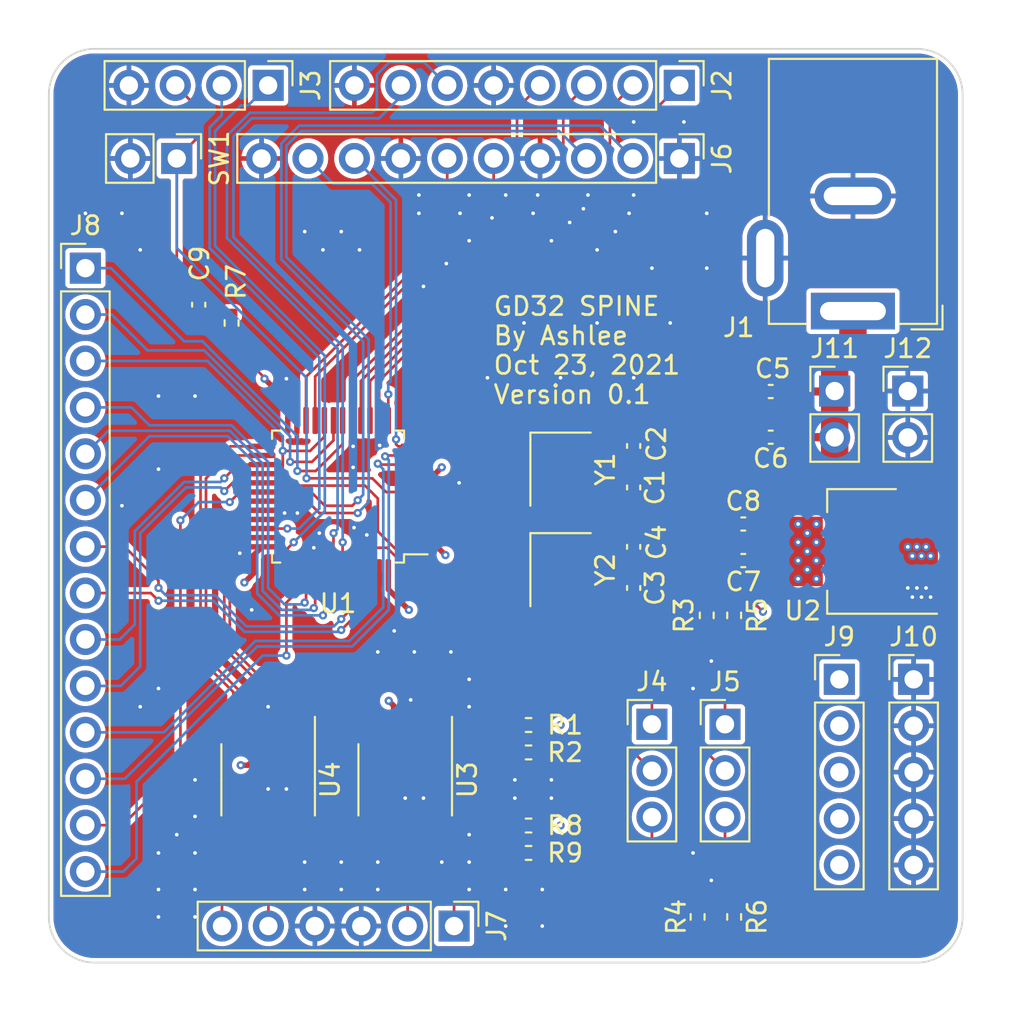
<source format=kicad_pcb>
(kicad_pcb (version 20211014) (generator pcbnew)
  (layers (0 "F.Cu" signal) (1 "In1.Cu" power) (2 "In2.Cu" power) (31 "B.Cu" signal) (34 "B.Paste" user) (35 "F.Paste" user) (36 "B.SilkS" user "B.Silkscreen") (37 "F.SilkS" user "F.Silkscreen") (38 "B.Mask" user) (39 "F.Mask" user) (44 "Edge.Cuts" user))
  (net 0 "")
  (net 1 "GND")
  (net 2 "Net-(C1-Pad2)")
  (net 3 "Net-(C2-Pad2)")
  (net 4 "Net-(C3-Pad2)")
  (net 5 "Net-(C4-Pad2)")
  (net 6 "+3V3")
  (net 7 "NRST")
  (net 8 "SPI0_NSS")
  (net 9 "SPI0_SCK")
  (net 10 "SPI0_MISO")
  (net 11 "SPI0_MOSI")
  (net 12 "I2C0_SCL")
  (net 13 "I2C0_SDA")
  (net 14 "SWCLK")
  (net 15 "SWDIO")
  (net 16 "Net-(J4-Pad1)")
  (net 17 "BOOT0")
  (net 18 "Net-(J4-Pad3)")
  (net 19 "Net-(J5-Pad1)")
  (net 20 "PB2")
  (net 21 "Net-(J5-Pad3)")
  (net 22 "USART0_TX")
  (net 23 "USART0_RX")
  (net 24 "USART2_TX")
  (net 25 "USART2_RX")
  (net 26 "USART1_TX")
  (net 27 "USART1_RX")
  (net 28 "CAN0_H")
  (net 29 "CAN0_L")
  (net 30 "CAN1_H")
  (net 31 "CAN1_L")
  (net 32 "PB0")
  (net 33 "PB1")
  (net 34 "PB3")
  (net 35 "PB4")
  (net 36 "PB5")
  (net 37 "PB8")
  (net 38 "PB9")
  (net 39 "PB14")
  (net 40 "PB15")
  (net 41 "PA0")
  (net 42 "PA1")
  (net 43 "PA8")
  (net 44 "PA15")
  (net 45 "Net-(R1-Pad2)")
  (net 46 "Net-(R2-Pad2)")
  (net 48 "CAN1_RX")
  (net 49 "CAN1_TX")
  (net 50 "CAN0_RX")
  (net 51 "CAN0_TX")
  (net 52 "+12V")
  (net 53 "Net-(R8-Pad2)")
  (net 54 "Net-(R9-Pad2)")
  (footprint "Connector_PinHeader_2.54mm:PinHeader_1x05_P2.54mm_Vertical" (layer "F.Cu") (at 143.256 84.5)
    (fp_text reference "J9")
    (fp_text value "Conn_01x05")
  )
  (footprint "Resistor_SMD:R_0402_1005Metric" (layer "F.Cu") (at 137.5 81 -90)
    (fp_text reference "R5")
    (fp_text value "10K")
  )
  (footprint "Connector_PinHeader_2.54mm:PinHeader_1x10_P2.54mm_Vertical" (layer "F.Cu") (at 134.5 56 -90)
    (fp_text reference "J6")
    (fp_text value "Conn_01x10")
  )
  (footprint "Connector_PinHeader_2.54mm:PinHeader_1x02_P2.54mm_Vertical" (layer "F.Cu") (at 107 56 -90)
    (fp_text reference "SW1")
    (fp_text value "SW_Push")
  )
  (footprint "Capacitor_SMD:C_0402_1005Metric" (layer "F.Cu") (at 132 74 -90)
    (fp_text reference "C1")
    (fp_text value "6.8pf")
  )
  (footprint "Resistor_SMD:R_0402_1005Metric" (layer "F.Cu") (at 136 81 -90)
    (fp_text reference "R3")
    (fp_text value "10K")
  )
  (footprint "Resistor_SMD:R_0402_1005Metric" (layer "F.Cu") (at 110 65 90)
    (fp_text reference "R7")
    (fp_text value "10K")
  )
  (footprint "Connector_PinHeader_2.54mm:PinHeader_1x03_P2.54mm_Vertical" (layer "F.Cu") (at 137 86.96)
    (fp_text reference "J5")
    (fp_text value "Conn_01x03")
  )
  (footprint "Capacitor_SMD:C_0402_1005Metric" (layer "F.Cu") (at 139.5 71.25 180)
    (fp_text reference "C6")
    (fp_text value "100nf")
  )
  (footprint "Capacitor_SMD:C_0402_1005Metric" (layer "F.Cu") (at 139.5 68.75 180)
    (fp_text reference "C5")
    (fp_text value "10uf")
  )
  (footprint "Resistor_SMD:R_0402_1005Metric" (layer "F.Cu") (at 135.5 97.5 90)
    (fp_text reference "R4")
    (fp_text value "10K")
  )
  (footprint "Capacitor_SMD:C_0402_1005Metric" (layer "F.Cu") (at 108.2 64 -90)
    (fp_text reference "C9")
    (fp_text value "100nF")
  )
  (footprint "Package_SO:SOIC-8_3.9x4.9mm_P1.27mm" (layer "F.Cu") (at 119.5 90 -90)
    (fp_text reference "U3")
    (fp_text value "SN65HVD234")
  )
  (footprint "Capacitor_SMD:C_0402_1005Metric" (layer "F.Cu") (at 132 79.5 -90)
    (fp_text reference "C3")
    (fp_text value "5.1pf")
  )
  (footprint "Resistor_SMD:R_0402_1005Metric" (layer "F.Cu") (at 126.25 94 180)
    (fp_text reference "R9")
    (fp_text value "0ohm")
  )
  (footprint "Connector_PinHeader_2.54mm:PinHeader_1x02_P2.54mm_Vertical" (layer "F.Cu") (at 143 68.725)
    (fp_text reference "J11")
    (fp_text value "Conn_01x02")
  )
  (footprint "Package_SO:SOIC-8_3.9x4.9mm_P1.27mm" (layer "F.Cu") (at 112 90 -90)
    (fp_text reference "U4")
    (fp_text value "SN65HVD234")
  )
  (footprint "Crystal:Crystal_SMD_3225-4Pin_3.2x2.5mm" (layer "F.Cu") (at 128 73 -90)
    (fp_text reference "Y1")
    (fp_text value "24MHz")
  )
  (footprint "Connector_PinHeader_2.54mm:PinHeader_1x02_P2.54mm_Vertical" (layer "F.Cu") (at 147 68.725)
    (fp_text reference "J12")
    (fp_text value "Conn_01x02")
  )
  (footprint "Connector_PinHeader_2.54mm:PinHeader_1x04_P2.54mm_Vertical" (layer "F.Cu") (at 112 52 -90)
    (fp_text reference "J3")
    (fp_text value "Conn_01x04")
  )
  (footprint "Resistor_SMD:R_0402_1005Metric" (layer "F.Cu") (at 126.25 87 180)
    (fp_text reference "R1")
    (fp_text value "10K")
  )
  (footprint "Package_TO_SOT_SMD:SOT-223-3_TabPin2" (layer "F.Cu") (at 144.5 77.5 180)
    (fp_text reference "U2")
    (fp_text value "AMS1117-3.3")
  )
  (footprint "Capacitor_SMD:C_0402_1005Metric" (layer "F.Cu") (at 138 76 180)
    (fp_text reference "C8")
    (fp_text value "100nf")
  )
  (footprint "Capacitor_SMD:C_0402_1005Metric" (layer "F.Cu") (at 138 78 180)
    (fp_text reference "C7")
    (fp_text value "10uf")
  )
  (footprint "Package_QFP:LQFP-48_7x7mm_P0.5mm" (layer "F.Cu") (at 115.824 74.5 180)
    (fp_text reference "U1")
    (fp_text value "GD32C103Cx")
  )
  (footprint "Connector_PinHeader_2.54mm:PinHeader_1x05_P2.54mm_Vertical" (layer "F.Cu") (at 147.32 84.5)
    (fp_text reference "J10")
    (fp_text value "Conn_01x05")
  )
  (footprint "Capacitor_SMD:C_0402_1005Metric" (layer "F.Cu") (at 132 77.25 90)
    (fp_text reference "C4")
    (fp_text value "5.1pf")
  )
  (footprint "Resistor_SMD:R_0402_1005Metric" (layer "F.Cu") (at 137.5 97.5 90)
    (fp_text reference "R6")
    (fp_text value "10K")
  )
  (footprint "Crystal:Crystal_SMD_3225-4Pin_3.2x2.5mm" (layer "F.Cu") (at 128 78.5 -90)
    (fp_text reference "Y2")
    (fp_text value "32.768KHz")
  )
  (footprint "Capacitor_SMD:C_0402_1005Metric" (layer "F.Cu") (at 132 71.73 90)
    (fp_text reference "C2")
    (fp_text value "6.8pf")
  )
  (footprint "Resistor_SMD:R_0402_1005Metric" (layer "F.Cu") (at 126.25 88.5 180)
    (fp_text reference "R2")
    (fp_text value "0ohm")
  )
  (footprint "Connector_PinHeader_2.54mm:PinHeader_1x03_P2.54mm_Vertical" (layer "F.Cu") (at 133 86.96)
    (fp_text reference "J4")
    (fp_text value "Conn_01x03")
  )
  (footprint "Connector_PinHeader_2.54mm:PinHeader_1x06_P2.54mm_Vertical" (layer "F.Cu") (at 122.174 98 -90)
    (fp_text reference "J7")
    (fp_text value "Conn_01x06")
  )
  (footprint "Connector_BarrelJack:BarrelJack_GCT_DCJ200-10-A_Horizontal" (layer "F.Cu") (at 144 64.35 180)
    (fp_text reference "J1")
    (fp_text value "Barrel_Jack_MountingPin")
  )
  (footprint "Connector_PinHeader_2.54mm:PinHeader_1x14_P2.54mm_Vertical" (layer "F.Cu") (at 102 62)
    (fp_text reference "J8")
    (fp_text value "Conn_01x14")
  )
  (footprint "Resistor_SMD:R_0402_1005Metric" (layer "F.Cu") (at 126.25 92.5 180)
    (fp_text reference "R8")
    (fp_text value "10K")
  )
  (footprint "Connector_PinHeader_2.54mm:PinHeader_1x08_P2.54mm_Vertical" (layer "F.Cu") (at 134.5 52 -90)
    (fp_text reference "J2")
    (fp_text value "Conn_01x08")
  )
  (gr_arc (start 147.5 50) (mid 149.267767 50.732233) (end 150 52.5) (layer "Edge.Cuts") (width 0.1))
  (gr_line (start 100 97.5) (end 100 52.5) (layer "Edge.Cuts") (width 0.1))
  (gr_line (start 102.5 50) (end 147.5 50) (layer "Edge.Cuts") (width 0.1))
  (gr_arc (start 102.5 100) (mid 100.732233 99.267767) (end 100 97.5) (layer "Edge.Cuts") (width 0.1))
  (gr_line (start 147.5 100) (end 102.5 100) (layer "Edge.Cuts") (width 0.1))
  (gr_line (start 150 52.5) (end 150 97.5) (layer "Edge.Cuts") (width 0.1))
  (gr_arc (start 150 97.5) (mid 149.267767 99.267767) (end 147.5 100) (layer "Edge.Cuts") (width 0.1))
  (gr_arc (start 100 52.5) (mid 100.732233 50.732233) (end 102.5 50) (layer "Edge.Cuts") (width 0.1))
  (gr_text "GD32 SPINE\nBy Ashlee\nOct 23, 2021\nVersion 0.1" (at 124.25 66.5) (layer "F.SilkS") (effects (font (size 1 1)) (justify left)))
  (segment (start 112.635 87.525) (end 112.635 86.31) (width 0.3) (layer "F.Cu") (net 1))
  (segment (start 112.325 86) (end 112 86) (width 0.3) (layer "F.Cu") (net 1))
  (segment (start 122.45 73.75) (end 119.9865 73.75) (width 0.3) (layer "F.Cu") (net 1))
  (segment (start 113.574 68.624) (end 113.574 70.3375) (width 0.3) (layer "F.Cu") (net 1))
  (segment (start 118.074 81.024) (end 118.074 78.6625) (width 0.3) (layer "F.Cu") (net 1))
  (segment (start 112.635 86.31) (end 112.325 86) (width 0.3) (layer "F.Cu") (net 1))
  (segment (start 120.135 85.96) (end 119.8 85.625) (width 0.3) (layer "F.Cu") (net 1))
  (segment (start 110.85 76.75) (end 111.6615 76.75) (width 0.3) (layer "F.Cu") (net 1))
  (segment (start 113 68.05) (end 113.574 68.624) (width 0.3) (layer "F.Cu") (net 1))
  (segment (start 110.45 77.15) (end 110.85 76.75) (width 0.3) (layer "F.Cu") (net 1))
  (segment (start 110.45 77.6) (end 110.45 77.15) (width 0.3) (layer "F.Cu") (net 1))
  (segment (start 118.9 81.85) (end 118.074 81.024) (width 0.3) (layer "F.Cu") (net 1))
  (segment (start 120.135 87.525) (end 120.135 85.96) (width 0.3) (layer "F.Cu") (net 1))
  (via (at 127.5 90) (size 0.45) (drill 0.2) (layers "F.Cu" "B.Cu") (net 1))
  (via (at 125.5 91) (size 0.45) (drill 0.2) (layers "F.Cu" "B.Cu") (net 1))
  (via (at 123 84.5) (size 0.45) (drill 0.2) (layers "F.Cu" "B.Cu") (net 1))
  (via (at 126.75 58) (size 0.45) (drill 0.2) (layers "F.Cu" "B.Cu") (net 1))
  (via (at 112 90.5) (size 0.45) (drill 0.2) (layers "F.Cu" "B.Cu") (net 1))
  (via (at 135.25 85) (size 0.45) (drill 0.2) (layers "F.Cu" "B.Cu") (net 1))
  (via (at 147.5 79.5) (size 0.45) (drill 0.2) (layers "F.Cu" "B.Cu") (net 1))
  (via (at 112 86) (size 0.45) (drill 0.2) (layers "F.Cu" "B.Cu") (net 1))
  (via (at 123 94.5) (size 0.45) (drill 0.2) (layers "F.Cu" "B.Cu") (net 1))
  (via (at 123 60.5) (size 0.45) (drill 0.2) (layers "F.Cu" "B.Cu") (net 1))
  (via (at 110.45 77.6) (size 0.45) (drill 0.2) (layers "F.Cu" "B.Cu") (net 1))
  (via (at 125 96) (size 0.45) (drill 0.2) (layers "F.Cu" "B.Cu") (net 1))
  (via (at 106 96) (size 0.45) (drill 0.2) (layers "F.Cu" "B.Cu") (net 1))
  (via (at 131 60) (size 0.45) (drill 0.2) (layers "F.Cu" "B.Cu") (net 1))
  (via (at 114.5 77.3) (size 0.45) (drill 0.2) (layers "F.Cu" "B.Cu") (net 1))
  (via (at 119.8 85.625) (size 0.45) (drill 0.2) (layers "F.Cu" "B.Cu") (net 1))
  (via (at 123 96) (size 0.45) (drill 0.2) (layers "F.Cu" "B.Cu") (net 1))
  (via (at 107 93) (size 0.45) (drill 0.2) (layers "F.Cu" "B.Cu") (net 1))
  (via (at 108 90) (size 0.45) (drill 0.2) (layers "F.Cu" "B.Cu") (net 1))
  (via (at 116.65 72.9) (size 0.45) (drill 0.2) (layers "F.Cu" "B.Cu") (net 1))
  (via (at 104 75) (size 0.45) (drill 0.2) (layers "F.Cu" "B.Cu") (net 1))
  (via (at 120.25 58) (size 0.45) (drill 0.2) (layers "F.Cu" "B.Cu") (net 1))
  (via (at 124 68) (size 0.45) (drill 0.2) (layers "F.Cu" "B.Cu") (net 1))
  (via (at 123 58) (size 0.45) (drill 0.2) (layers "F.Cu" "B.Cu") (net 1))
  (via (at 116 94.5) (size 0.45) (drill 0.2) (layers "F.Cu" "B.Cu") (net 1))
  (via (at 136 59) (size 0.45) (drill 0.2) (layers "F.Cu" "B.Cu") (net 1))
  (via (at 116.65 71.75) (size 0.45) (drill 0.2) (layers "F.Cu" "B.Cu") (net 1))
  (via (at 120 83) (size 0.45) (drill 0.2) (layers "F.Cu" "B.Cu") (net 1))
  (via (at 117.4 76.6) (size 0.45) (drill 0.2) (layers "F.Cu" "B.Cu") (net 1))
  (via (at 130 65) (size 0.45) (drill 0.2) (layers "F.Cu" "B.Cu") (net 1))
  (via (at 125 58) (size 0.45) (drill 0.2) (layers "F.Cu" "B.Cu") (net 1))
  (via (at 122 83) (size 0.45) (drill 0.2) (layers "F.Cu" "B.Cu") (net 1))
  (via (at 133 62) (size 0.45) (drill 0.2) (layers "F.Cu" "B.Cu") (net 1))
  (via (at 111.1 80.7) (size 0.45) (drill 0.2) (layers "F.Cu" "B.Cu") (net 1))
  (via (at 136.25 95.5) (size 0.45) (drill 0.2) (layers "F.Cu" "B.Cu") (net 1))
  (via (at 134.75 54) (size 0.45) (drill 0.2) (layers "F.Cu" "B.Cu") (net 1))
  (via (at 125.5 90) (size 0.45) (drill 0.2) (layers "F.Cu" "B.Cu") (net 1))
  (via (at 123 86) (size 0.45) (drill 0.2) (layers "F.Cu" "B.Cu") (net 1))
  (via (at 106 97.5) (size 0.45) (drill 0.2) (layers "F.Cu" "B.Cu") (net 1))
  (via (at 106 94) (size 0.45) (drill 0.2) (layers "F.Cu" "B.Cu") (net 1))
  (via (at 113 68.05) (size 0.45) (drill 0.2) (layers "F.Cu" "B.Cu") (net 1))
  (via (at 131.75 59) (size 0.45) (drill 0.2) (layers "F.Cu" "B.Cu") (net 1))
  (via (at 108 97.5) (size 0.45) (drill 0.2) (layers "F.Cu" "B.Cu") (net 1))
  (via (at 113.6 75.4) (size 0.45) (drill 0.2) (layers "F.Cu" "B.Cu") (net 1))
  (via (at 108 69) (size 0.45) (drill 0.2) (layers "F.Cu" "B.Cu") (net 1))
  (via (at 127.5 60.5) (size 0.45) (drill 0.2) (layers "F.Cu" "B.Cu") (net 1))
  (via (at 121.5 94.5) (size 0.45) (drill 0.2) (layers "F.Cu" "B.Cu") (net 1))
  (via (at 126 65) (size 0.45) (drill 0.2) (layers "F.Cu" "B.Cu") (net 1))
  (via (at 148.25 80) (size 0.45) (drill 0.2) (layers "F.Cu" "B.Cu") (net 1))
  (via (at 117 61) (size 0.45) (drill 0.2) (layers "F.Cu" "B.Cu") (net 1))
  (via (at 114.8 76.5) (size 0.45) (drill 0.2) (layers "F.Cu" "B.Cu") (net 1))
  (via (at 105 86) (size 0.45) (drill 0.2) (layers "F.Cu" "B.Cu") (net 1))
  (via (at 128.5 59.5) (size 0.45) (drill 0.2) (layers "F.Cu" "B.Cu") (net 1))
  (via (at 120.5 91) (size 0.45) (drill 0.2) (layers "F.Cu" "B.Cu") (net 1))
  (via (at 118.1 71.7) (size 0.45) (drill 0.2) (layers "F.Cu" "B.Cu") (net 1))
  (via (at 125 98) (size 0.45) (drill 0.2) (layers "F.Cu" "B.Cu") (net 1))
  (via (at 148 79.5) (size 0.45) (drill 0.2) (layers "F.Cu" "B.Cu") (net 1))
  (via (at 132 68) (size 0.45) (drill 0.2) (layers "F.Cu" "B.Cu") (net 1))
  (via (at 106 85) (size 0.45) (drill 0.2) (layers "F.Cu" "B.Cu") (net 1))
  (via (at 119.5 91) (size 0.45) (drill 0.2) (layers "F.Cu" "B.Cu") (net 1))
  (via (at 130 61) (size 0.45) (drill 0.2) (layers "F.Cu" "B.Cu") (net 1))
  (via (at 136.25 83.5) (size 0.45) (drill 0.2) (layers "F.Cu" "B.Cu") (net 1))
  (via (at 121.75 61.75) (size 0.45) (drill 0.2) (layers "F.Cu" "B.Cu") (net 1))
  (via (at 120.5 63) (size 0.45) (drill 0.2) (layers "F.Cu" "B.Cu") (net 1))
  (via (at 118.9 81.85) (size 0.45) (drill 0.2) (layers "F.Cu" "B.Cu") (net 1))
  (via (at 129.5 58) (size 0.45) (drill 0.2) (layers "F.Cu" "B.Cu") (net 1))
  (via (at 147.25 80) (size 0.45) (drill 0.2) (layers "F.Cu" "B.Cu") (net 1))
  (via (at 118 96) (size 0.45) (drill 0.2) (layers "F.Cu" "B.Cu") (net 1))
  (via (at 106 73) (size 0.45) (drill 0.2) (layers "F.Cu" "B.Cu") (net 1))
  (via (at 102 59) (size 0.45) (drill 0.2) (layers "F.Cu" "B.Cu") (net 1))
  (via (at 147 79.5) (size 0.45) (drill 0.2) (layers "F.Cu" "B.Cu") (net 1))
  (via (at 124.25 59.25) (size 0.45) (drill 0.2) (layers "F.Cu" "B.Cu") (net 1))
  (via (at 118 94.5) (size 0.45) (drill 0.2) (layers "F.Cu" "B.Cu") (net 1))
  (via (at 108 96) (size 0.45) (drill 0.2) (layers "F.Cu" "B.Cu") (net 1))
  (via (at 132 54) (size 0.45) (drill 0.2) (layers "F.Cu" "B.Cu") (net 1))
  (via (at 122.45 73.75) (size 0.45) (drill 0.2) (layers "F.Cu" "B.Cu") (net 1))
  (via (at 116 96) (size 0.45) (drill 0.2) (layers "F.Cu" "B.Cu") (net 1))
  (via (at 147.75 80) (size 0.45) (drill 0.2) (layers "F.Cu" "B.Cu") (net 1))
  (via (at 115 61) (size 0.45) (drill 0.2) (layers "F.Cu" "B.Cu") (net 1))
  (via (at 123 93) (size 0.45) (drill 0.2) (layers "F.Cu" "B.Cu") (net 1))
  (via (at 106 69) (size 0.45) (drill 0.2) (layers "F.Cu" "B.Cu") (net 1))
  (via (at 116.7 76.2) (size 0.45) (drill 0.2) (layers "F.Cu" "B.Cu") (net 1))
  (via (at 105 61) (size 0.45) (drill 0.2) (layers "F.Cu" "B.Cu") (net 1))
  (via (at 120.25 59) (size 0.45) (drill 0.2) (layers "F.Cu" "B.Cu") (net 1))
  (via (at 104 59) (size 0.45) (drill 0.2) (layers "F.Cu" "B.Cu") (net 1))
  (via (at 108 94) (size 0.45) (drill 0.2) (layers "F.Cu" "B.Cu") (net 1))
  (via (at 129.25 58.75) (size 0.45) (drill 0.2) (layers "F.Cu" "B.Cu") (net 1))
  (via (at 116 60) (size 0.45) (drill 0.2) (layers "F.Cu" "B.Cu") (net 1))
  (via (at 127 98) (size 0.45) (drill 0.2) (layers "F.Cu" "B.Cu") (net 1))
  (via (at 122.5 59) (size 0.45) (drill 0.2) (layers "F.Cu" "B.Cu") (net 1))
  (via (at 113 90.5) (size 0.45) (drill 0.2) (layers "F.Cu" "B.Cu") (net 1))
  (via (at 126.5 59) (size 0.45) (drill 0.2) (layers "F.Cu" "B.Cu") (net 1))
  (via (at 127.5 91) (size 0.45) (drill 0.2) (layers "F.Cu" "B.Cu") (net 1))
  (via (at 112.9 75.4) (size 0.45) (drill 0.2) (layers "F.Cu" "B.Cu") (net 1))
  (via (at 118 83) (size 0.45) (drill 0.2) (layers "F.Cu" "B.Cu") (net 1))
  (via (at 114 94.5) (size 0.45) (drill 0.2) (layers "F.Cu" "B.Cu") (net 1))
  (via (at 108 92) (size 0.45) (drill 0.2) (layers "F.Cu" "B.Cu") (net 1))
  (via (at 132 58) (size 0.45) (drill 0.2) (layers "F.Cu" "B.Cu") (net 1))
  (via (at 114 96) (size 0.45) (drill 0.2) (layers "F.Cu" "B.Cu") (net 1))
  (via (at 136 62) (size 0.45) (drill 0.2) (layers "F.Cu" "B.Cu") (net 1))
  (via (at 114 60) (size 0.45) (drill 0.2) (layers "F.Cu" "B.Cu") (net 1))
  (via (at 128 68) (size 0.45) (drill 0.2) (layers "F.Cu" "B.Cu") (net 1))
  (via (at 127 96) (size 0.45) (drill 0.2) (layers "F.Cu" "B.Cu") (net 1))
  (via (at 134 65) (size 0.45) (drill 0.2) (layers "F.Cu" "B.Cu") (net 1))
  (via (at 135.25 94) (size 0.45) (drill 0.2) (layers "F.Cu" "B.Cu") (net 1))
  (segment (start 132 74.48) (end 130.88 74.48) (width 0.146812) (layer "F.Cu") (net 2))
  (segment (start 123.65 75.25) (end 125.9 73) (width 0.146812) (layer "F.Cu") (net 2))
  (segment (start 127.75 73) (end 128.85 74.1) (width 0.146812) (layer "F.Cu") (net 2))
  (segment (start 130.5 74.1) (end 128.85 74.1) (width 0.146812) (layer "F.Cu") (net 2))
  (segment (start 130.88 74.48) (end 130.5 74.1) (width 0.146812) (layer "F.Cu") (net 2))
  (segment (start 125.9 73) (end 127.75 73) (width 0.146812) (layer "F.Cu") (net 2))
  (segment (start 119.9865 75.25) (end 123.65 75.25) (width 0.146812) (layer "F.Cu") (net 2))
  (segment (start 132 71.25) (end 131.35 70.6) (width 0.146812) (layer "F.Cu") (net 3))
  (segment (start 131.35 70.6) (end 128.45 70.6) (width 0.146812) (layer "F.Cu") (net 3))
  (segment (start 128.45 70.6) (end 127.15 71.9) (width 0.146812) (layer "F.Cu") (net 3))
  (segment (start 119.9865 74.75) (end 123.45 74.75) (width 0.146812) (layer "F.Cu") (net 3))
  (segment (start 123.45 74.75) (end 126.3 71.9) (width 0.146812) (layer "F.Cu") (net 3))
  (segment (start 126.3 71.9) (end 127.15 71.9) (width 0.146812) (layer "F.Cu") (net 3))
  (segment (start 119.9865 76.25) (end 124.05 76.25) (width 0.146812) (layer "F.Cu") (net 4))
  (segment (start 130.78 79.98) (end 130.4 79.6) (width 0.146812) (layer "F.Cu") (net 4))
  (segment (start 124.05 76.25) (end 126.3 78.5) (width 0.146812) (layer "F.Cu") (net 4))
  (segment (start 126.3 78.5) (end 127.75 78.5) (width 0.146812) (layer "F.Cu") (net 4))
  (segment (start 127.75 78.5) (end 128.85 79.6) (width 0.146812) (layer "F.Cu") (net 4))
  (segment (start 130.4 79.6) (end 128.85 79.6) (width 0.146812) (layer "F.Cu") (net 4))
  (segment (start 132 79.98) (end 130.78 79.98) (width 0.146812) (layer "F.Cu") (net 4))
  (segment (start 125.9 77.4) (end 127.15 77.4) (width 0.146812) (layer "F.Cu") (net 5))
  (segment (start 132 76.77) (end 131.43 76.2) (width 0.146812) (layer "F.Cu") (net 5))
  (segment (start 128.35 76.2) (end 127.15 77.4) (width 0.146812) (layer "F.Cu") (net 5))
  (segment (start 131.43 76.2) (end 128.35 76.2) (width 0.146812) (layer "F.Cu") (net 5))
  (segment (start 124.25 75.75) (end 125.9 77.4) (width 0.146812) (layer "F.Cu") (net 5))
  (segment (start 119.9865 75.75) (end 124.25 75.75) (width 0.146812) (layer "F.Cu") (net 5))
  (segment (start 118.865 87.525) (end 118.865 85.94) (width 0.3) (layer "F.Cu") (net 6))
  (segment (start 121.5 72.9) (end 121.15 73.25) (width 0.3) (layer "F.Cu") (net 6))
  (segment (start 111.365 88.735) (end 111.365 87.525) (width 0.3) (layer "F.Cu") (net 6))
  (segment (start 118.865 85.94) (end 118.6 85.675) (width 0.3) (layer "F.Cu") (net 6))
  (segment (start 141.35 77.5) (end 141.5 77.5) (width 1.5) (layer "F.Cu") (net 6))
  (segment (start 111.6615 77.25) (end 111.2 77.7115) (width 0.3) (layer "F.Cu") (net 6))
  (segment (start 113.074 69.324) (end 113.074 70.3375) (width 0.3) (layer "F.Cu") (net 6))
  (segment (start 121.15 73.25) (end 119.9865 73.25) (width 0.3) (layer "F.Cu") (net 6))
  (segment (start 110.5 89.2) (end 110.9 89.2) (width 0.3) (layer "F.Cu") (net 6))
  (segment (start 136 80.49) (end 137.5 80.49) (width 0.146812) (layer "F.Cu") (net 6))
  (segment (start 110.9 89.2) (end 111.365 88.735) (width 0.3) (layer "F.Cu") (net 6))
  (segment (start 119.9865 77.25) (end 121.25 77.25) (width 0.3) (layer "F.Cu") (net 6))
  (segment (start 126.76 87) (end 128 87) (width 0.146812) (layer "F.Cu") (net 6))
  (segment (start 111.8 68.05) (end 113.074 69.324) (width 0.3) (layer "F.Cu") (net 6))
  (segment (start 111.2 78.7) (end 110.7 79.2) (width 0.3) (layer "F.Cu") (net 6))
  (segment (start 118.574 79.574) (end 119.7 80.7) (width 0.3) (layer "F.Cu") (net 6))
  (segment (start 121.25 77.25) (end 121.7 77.7) (width 0.3) (layer "F.Cu") (net 6))
  (segment (start 111.8 68.05) (end 111.8 68) (width 0.146812) (layer "F.Cu") (net 6))
  (segment (start 141.5 77.5) (end 147.65 77.5) (width 1.5) (layer "F.Cu") (net 6))
  (segment (start 138.765 80.49) (end 139.075 80.8) (width 0.146812) (layer "F.Cu") (net 6))
  (segment (start 111.2 77.7115) (end 111.2 78.7) (width 0.3) (layer "F.Cu") (net 6))
  (segment (start 138.48 78) (end 141 78) (width 0.45) (layer "F.Cu") (net 6))
  (segment (start 126.76 92.5) (end 128 92.5) (width 0.146812) (layer "F.Cu") (net 6))
  (segment (start 118.574 78.6625) (end 118.574 79.574) (width 0.3) (layer "F.Cu") (net 6))
  (segment (start 111.8 68) (end 110 66.2) (width 0.146812) (layer "F.Cu") (net 6))
  (segment (start 110 66.2) (end 110 65.51) (width 0.146812) (layer "F.Cu") (net 6))
  (segment (start 137.5 80.49) (end 138.765 80.49) (width 0.146812) (layer "F.Cu") (net 6))
  (segment (start 138.48 76) (end 141 76) (width 0.45) (layer "F.Cu") (net 6))
  (via (at 141.5 76.5) (size 0.45) (drill 0.2) (layers "F.Cu" "B.Cu") (net 6))
  (via (at 141 77) (size 0.45) (drill 0.2) (layers "F.Cu" "B.Cu") (net 6))
  (via (at 110.7 79.2) (size 0.45) (drill 0.2) (layers "F.Cu" "B.Cu") (net 6))
  (via (at 118.6 85.675) (size 0.45) (drill 0.2) (layers "F.Cu" "B.Cu") (net 6))
  (via (at 147.5 77.25) (size 0.45) (drill 0.2) (layers "F.Cu" "B.Cu") (net 6))
  (via (at 141 79) (size 0.45) (drill 0.2) (layers "F.Cu" "B.Cu") (net 6))
  (via (at 148 77.25) (size 0.45) (drill 0.2) (layers "F.Cu" "B.Cu") (net 6))
  (via (at 148.25 77.75) (size 0.45) (drill 0.2) (layers "F.Cu" "B.Cu") (net 6))
  (via (at 111.8 68.05) (size 0.45) (drill 0.2) (layers "F.Cu" "B.Cu") (net 6))
  (via (at 141 76) (size 0.45) (drill 0.2) (layers "F.Cu" "B.Cu") (net 6))
  (via (at 141.5 77.5) (size 0.45) (drill 0.2) (layers "F.Cu" "B.Cu") (net 6))
  (via (at 121.7 77.7) (size 0.45) (drill 0.2) (layers "F.Cu" "B.Cu") (net 6))
  (via (at 142 78) (size 0.45) (drill 0.2) (layers "F.Cu" "B.Cu") (net 6))
  (via (at 142 76) (size 0.45) (drill 0.2) (layers "F.Cu" "B.Cu") (net 6))
  (via (at 128 92.5) (size 0.45) (drill 0.2) (layers "F.Cu" "B.Cu") (net 6))
  (via (at 142 79) (size 0.45) (drill 0.2) (layers "F.Cu" "B.Cu") (net 6))
  (via (at 141.5 78.5) (size 0.45) (drill 0.2) (layers "F.Cu" "B.Cu") (net 6))
  (via (at 147.25 77.75) (size 0.45) (drill 0.2) (layers "F.Cu" "B.Cu") (net 6))
  (via (at 110.5 89.2) (size 0.45) (drill 0.2) (layers "F.Cu" "B.Cu") (net 6))
  (via (at 147 77.25) (size 0.45) (drill 0.2) (layers "F.Cu" "B.Cu") (net 6))
  (via (at 121.5 72.9) (size 0.45) (drill 0.2) (layers "F.Cu" "B.Cu") (net 6))
  (via (at 119.7 80.7) (size 0.45) (drill 0.2) (layers "F.Cu" "B.Cu") (net 6))
  (via (at 128 87) (size 0.45) (drill 0.2) (layers "F.Cu" "B.Cu") (net 6))
  (via (at 147.75 77.75) (size 0.45) (drill 0.2) (layers "F.Cu" "B.Cu") (net 6))
  (via (at 139.075 80.8) (size 0.45) (drill 0.2) (layers "F.Cu" "B.Cu") (net 6))
  (via (at 142 77) (size 0.45) (drill 0.2) (layers "F.Cu" "B.Cu") (net 6))
  (via (at 141 78) (size 0.45) (drill 0.2) (layers "F.Cu" "B.Cu") (net 6))
  (segment (start 108 55) (end 108 53.08) (width 0.146812) (layer "F.Cu") (net 7))
  (segment (start 107 56) (end 108 55) (width 0.146812) (layer "F.Cu") (net 7))
  (segment (start 107 62.32) (end 108.2 63.52) (width 0.146812) (layer "F.Cu") (net 7))
  (segment (start 117.7 73.5) (end 118.45 74.25) (width 0.146812) (layer "F.Cu") (net 7))
  (segment (start 108 53.08) (end 106.92 52) (width 0.146812) (layer "F.Cu") (net 7))
  (segment (start 118.45 74.25) (end 119.9865 74.25) (width 0.146812) (layer "F.Cu") (net 7))
  (segment (start 110 64.49) (end 109.17 64.49) (width 0.146812) (layer "F.Cu") (net 7))
  (segment (start 114.1 73.5) (end 117.7 73.5) (width 0.146812) (layer "F.Cu") (net 7))
  (segment (start 107 56) (end 107 62.32) (width 0.146812) (layer "F.Cu") (net 7))
  (segment (start 109.17 64.49) (end 108.2 63.52) (width 0.146812) (layer "F.Cu") (net 7))
  (via (at 114.1 73.5) (size 0.45) (drill 0.2) (layers "F.Cu" "B.Cu") (net 7))
  (segment (start 107 60.9) (end 107 56) (width 0.146812) (layer "B.Cu") (net 7))
  (segment (start 114.1 73.5) (end 114.1 68) (width 0.146812) (layer "B.Cu") (net 7))
  (segment (start 114.1 68) (end 107 60.9) (width 0.146812) (layer "B.Cu") (net 7))
  (segment (start 118.074 68.176) (end 124.5 61.75) (width 0.146812) (layer "F.Cu") (net 8))
  (segment (start 118.074 70.3375) (end 118.074 68.176) (width 0.146812) (layer "F.Cu") (net 8))
  (segment (start 133.25 53.25) (end 134.5 52) (width 0.146812) (layer "F.Cu") (net 8))
  (segment (start 124.5 61.75) (end 130.375 61.75) (width 0.146812) (layer "F.Cu") (net 8))
  (segment (start 133.25 58.875) (end 133.25 53.25) (width 0.146812) (layer "F.Cu") (net 8))
  (segment (start 130.375 61.75) (end 133.25 58.875) (width 0.146812) (layer "F.Cu") (net 8))
  (segment (start 124.5 61.25) (end 128.25 61.25) (width 0.146812) (layer "F.Cu") (net 9))
  (segment (start 130.7 58.8) (end 130.7 53.26) (width 0.146812) (layer "F.Cu") (net 9))
  (segment (start 117.574 70.3375) (end 117.574 68.176) (width 0.146812) (layer "F.Cu") (net 9))
  (segment (start 130.7 53.26) (end 131.96 52) (width 0.146812) (layer "F.Cu") (net 9))
  (segment (start 117.574 68.176) (end 124.5 61.25) (width 0.146812) (layer "F.Cu") (net 9))
  (segment (start 128.25 61.25) (end 130.7 58.8) (width 0.146812) (layer "F.Cu") (net 9))
  (segment (start 128.15 58.6) (end 128.15 53.27) (width 0.146812) (layer "F.Cu") (net 10))
  (segment (start 128.15 53.27) (end 129.42 52) (width 0.146812) (layer "F.Cu") (net 10))
  (segment (start 117.074 68.176) (end 124.5 60.75) (width 0.146812) (layer "F.Cu") (net 10))
  (segment (start 117.074 70.3375) (end 117.074 68.176) (width 0.146812) (layer "F.Cu") (net 10))
  (segment (start 126 60.75) (end 128.15 58.6) (width 0.146812) (layer "F.Cu") (net 10))
  (segment (start 124.5 60.75) (end 126 60.75) (width 0.146812) (layer "F.Cu") (net 10))
  (segment (start 125.62 59.13) (end 125.62 53.26) (width 0.146812) (layer "F.Cu") (net 11))
  (segment (start 116.574 68.176) (end 125.62 59.13) (width 0.146812) (layer "F.Cu") (net 11))
  (segment (start 125.62 53.26) (end 126.88 52) (width 0.146812) (layer "F.Cu") (net 11))
  (segment (start 116.574 70.3375) (end 116.574 68.176) (width 0.146812) (layer "F.Cu") (net 11))
  (segment (start 115.574 76.506) (end 115.574 78.6625) (width 0.146812) (layer "F.Cu") (net 12))
  (segment (start 115.58 76.5) (end 115.574 76.506) (width 0.146812) (layer "F.Cu") (net 12))
  (via (at 115.58 76.5) (size 0.45) (drill 0.2) (layers "F.Cu" "B.Cu") (net 12))
  (segment (start 117.95 53.23) (end 117.95 51.41) (width 0.146812) (layer "B.Cu") (net 12))
  (segment (start 117.68 53.5) (end 117.95 53.23) (width 0.146812) (layer "B.Cu") (net 12))
  (segment (start 115.8 76.28) (end 115.8 66.4) (width 0.146812) (layer "B.Cu") (net 12))
  (segment (start 115.58 76.5) (end 115.8 76.28) (width 0.146812) (layer "B.Cu") (net 12))
  (segment (start 111 53.5) (end 117.68 53.5) (width 0.146812) (layer "B.Cu") (net 12))
  (segment (start 109.75 54.75) (end 111 53.5) (width 0.146812) (layer "B.Cu") (net 12))
  (segment (start 120.535 50.735) (end 121.8 52) (width 0.146812) (layer "B.Cu") (net 12))
  (segment (start 117.95 51.41) (end 118.625 50.735) (width 0.146812) (layer "B.Cu") (net 12))
  (segment (start 109.75 60.35) (end 109.75 54.75) (width 0.146812) (layer "B.Cu") (net 12))
  (segment (start 118.625 50.735) (end 120.535 50.735) (width 0.146812) (layer "B.Cu") (net 12))
  (segment (start 115.8 66.4) (end 109.75 60.35) (width 0.146812) (layer "B.Cu") (net 12))
  (segment (start 116.074 77.006) (end 116.074 78.6625) (width 0.146812) (layer "F.Cu") (net 13))
  (segment (start 116.08 77) (end 116.074 77.006) (width 0.146812) (layer "F.Cu") (net 13))
  (via (at 116.08 77) (size 0.45) (drill 0.2) (layers "F.Cu" "B.Cu") (net 13))
  (segment (start 116.08 66.28) (end 110.1 60.3) (width 0.146812) (layer "B.Cu") (net 13))
  (segment (start 111.1 53.8) (end 118.07 53.8) (width 0.146812) (layer "B.Cu") (net 13))
  (segment (start 116.08 77) (end 116.08 66.28) (width 0.146812) (layer "B.Cu") (net 13))
  (segment (start 110.1 60.3) (end 110.1 54.8) (width 0.146812) (layer "B.Cu") (net 13))
  (segment (start 110.1 54.8) (end 111.1 53.8) (width 0.146812) (layer "B.Cu") (net 13))
  (segment (start 118.07 53.8) (end 119.26 52.61) (width 0.146812) (layer "B.Cu") (net 13))
  (segment (start 119.26 52.61) (end 119.26 52) (width 0.146812) (layer "B.Cu") (net 13))
  (segment (start 113.074 77.326) (end 113.074 78.6625) (width 0.146812) (layer "F.Cu") (net 14))
  (segment (start 113.4 77) (end 113.074 77.326) (width 0.146812) (layer "F.Cu") (net 14))
  (via (at 113.4 77) (size 0.45) (drill 0.2) (layers "F.Cu" "B.Cu") (net 14))
  (segment (start 109.1 54.5) (end 110.5 53.1) (width 0.146812) (layer "B.Cu") (net 14))
  (segment (start 115.1 66.79) (end 109.1 60.79) (width 0.146812) (layer "B.Cu") (net 14))
  (segment (start 109.1 60.79) (end 109.1 54.5) (width 0.146812) (layer "B.Cu") (net 14))
  (segment (start 110.5 53.1) (end 110.9 53.1) (width 0.146812) (layer "B.Cu") (net 14))
  (segment (start 110.9 53.1) (end 112 52) (width 0.146812) (layer "B.Cu") (net 14))
  (segment (start 113.6 76.8) (end 113.4 77) (width 0.146812) (layer "B.Cu") (net 14))
  (segment (start 115.1 75.3) (end 115.1 66.79) (width 0.146812) (layer "B.Cu") (net 14))
  (segment (start 113.6 76.8) (end 115.1 75.3) (width 0.146812) (layer "B.Cu") (net 14))
  (segment (start 113.05 76.25) (end 111.6615 76.25) (width 0.146812) (layer "F.Cu") (net 15))
  (via (at 113.05 76.25) (size 0.45) (drill 0.2) (layers "F.Cu" "B.Cu") (net 15))
  (segment (start 109.46 52) (end 109.46 53.64) (width 0.146812) (layer "B.Cu") (net 15))
  (segment (start 113.7 76.25) (end 113.05 76.25) (width 0.146812) (layer "B.Cu") (net 15))
  (segment (start 109.46 53.64) (end 108.8 54.3) (width 0.146812) (layer "B.Cu") (net 15))
  (segment (start 114.8 66.9) (end 114.8 75.15) (width 0.146812) (layer "B.Cu") (net 15))
  (segment (start 108.8 60.9) (end 114.8 66.9) (width 0.146812) (layer "B.Cu") (net 15))
  (segment (start 114.8 75.15) (end 113.7 76.25) (width 0.146812) (layer "B.Cu") (net 15))
  (segment (start 108.8 54.3) (end 108.8 60.9) (width 0.146812) (layer "B.Cu") (net 15))
  (segment (start 133 86.96) (end 133 85.5) (width 0.146812) (layer "F.Cu") (net 16))
  (segment (start 136 82.5) (end 136 81.51) (width 0.146812) (layer "F.Cu") (net 16))
  (segment (start 133 85.5) (end 136 82.5) (width 0.146812) (layer "F.Cu") (net 16))
  (segment (start 118.5 77.3) (end 125 83.8) (width 0.146812) (layer "F.Cu") (net 17))
  (segment (start 132 88.5) (end 133 89.5) (width 0.146812) (layer "F.Cu") (net 17))
  (segment (start 116.574 77.726) (end 117 77.3) (width 0.146812) (layer "F.Cu") (net 17))
  (segment (start 125 83.8) (end 127.1 83.8) (width 0.146812) (layer "F.Cu") (net 17))
  (segment (start 131.8 88.5) (end 132 88.5) (width 0.146812) (layer "F.Cu") (net 17))
  (segment (start 117 77.3) (end 118.5 77.3) (width 0.146812) (layer "F.Cu") (net 17))
  (segment (start 116.574 78.6625) (end 116.574 77.726) (width 0.146812) (layer "F.Cu") (net 17))
  (segment (start 127.1 83.8) (end 131.8 88.5) (width 0.146812) (layer "F.Cu") (net 17))
  (segment (start 133 92.04) (end 133 93.5) (width 0.146812) (layer "F.Cu") (net 18))
  (segment (start 135.5 96) (end 135.5 96.99) (width 0.146812) (layer "F.Cu") (net 18))
  (segment (start 133 93.5) (end 135.5 96) (width 0.146812) (layer "F.Cu") (net 18))
  (segment (start 137.5 83.5) (end 137.5 81.51) (width 0.146812) (layer "F.Cu") (net 19))
  (segment (start 137 86.96) (end 137 84) (width 0.146812) (layer "F.Cu") (net 19))
  (segment (start 137 84) (end 137.5 83.5) (width 0.146812) (layer "F.Cu") (net 19))
  (segment (start 112.8 73.3) (end 113.4 73.9) (width 0.146812) (layer "F.Cu") (net 20))
  (segment (start 115.074 71.226) (end 115.074 70.3375) (width 0.146812) (layer "F.Cu") (net 20))
  (segment (start 112.8 72) (end 112.8 73.3) (width 0.146812) (layer "F.Cu") (net 20))
  (segment (start 113.4 73.9) (end 117.3 73.9) (width 0.146812) (layer "F.Cu") (net 20))
  (segment (start 135.7 88.2) (end 137 89.5) (width 0.146812) (layer "F.Cu") (net 20))
  (segment (start 118 76.4) (end 125.1 83.5) (width 0.146812) (layer "F.Cu") (net 20))
  (segment (start 118 74.6) (end 118 76.4) (width 0.146812) (layer "F.Cu") (net 20))
  (segment (start 127.2 83.5) (end 131.9 88.2) (width 0.146812) (layer "F.Cu") (net 20))
  (segment (start 112.8 72) (end 114.3 72) (width 0.146812) (layer "F.Cu") (net 20))
  (segment (start 117.3 73.9) (end 118 74.6) (width 0.146812) (layer "F.Cu") (net 20))
  (segment (start 131.9 88.2) (end 135.7 88.2) (width 0.146812) (layer "F.Cu") (net 20))
  (segment (start 125.1 83.5) (end 127.2 83.5) (width 0.146812) (layer "F.Cu") (net 20))
  (segment (start 114.3 72) (end 115.074 71.226) (width 0.146812) (layer "F.Cu") (net 20))
  (via (at 112.8 72) (size 0.45) (drill 0.2) (layers "F.Cu" "B.Cu") (net 20))
  (segment (start 112.8 72) (end 112.8 71.2) (width 0.146812) (layer "B.Cu") (net 20))
  (segment (start 108.68 67.08) (end 102 67.08) (width 0.146812) (layer "B.Cu") (net 20))
  (segment (start 112.8 71.2) (end 108.68 67.08) (width 0.146812) (layer "B.Cu") (net 20))
  (segment (start 137.5 95.5) (end 137.5 96.99) (width 0.146812) (layer "F.Cu") (net 21))
  (segment (start 137 92.04) (end 137 95) (width 0.146812) (layer "F.Cu") (net 21))
  (segment (start 137 95) (end 137.5 95.5) (width 0.146812) (layer "F.Cu") (net 21))
  (segment (start 115.1 75) (end 114.35 74.25) (width 0.146812) (layer "F.Cu") (net 22))
  (segment (start 116.9 74.7) (end 116.6 75) (width 0.146812) (layer "F.Cu") (net 22))
  (segment (start 116.6 75) (end 115.1 75) (width 0.146812) (layer "F.Cu") (net 22))
  (segment (start 114.35 74.25) (end 111.6615 74.25) (width 0.146812) (layer "F.Cu") (net 22))
  (via (at 116.9 74.7) (size 0.45) (drill 0.2) (layers "F.Cu" "B.Cu") (net 22))
  (segment (start 112.72 55.18) (end 113.7 54.2) (width 0.146812) (layer "B.Cu") (net 22))
  (segment (start 117.2 66) (end 112.72 61.52) (width 0.146812) (layer "B.Cu") (net 22))
  (segment (start 112.72 61.52) (end 112.72 55.18) (width 0.146812) (layer "B.Cu") (net 22))
  (segment (start 113.7 54.2) (end 130.16 54.2) (width 0.146812) (layer "B.Cu") (net 22))
  (segment (start 116.9 74.7) (end 117.2 74.4) (width 0.146812) (layer "B.Cu") (net 22))
  (segment (start 117.2 74.4) (end 117.2 66) (width 0.146812) (layer "B.Cu") (net 22))
  (segment (start 130.16 54.2) (end 131.96 56) (width 0.146812) (layer "B.Cu") (net 22))
  (segment (start 114.15 74.75) (end 111.6615 74.75) (width 0.146812) (layer "F.Cu") (net 23))
  (segment (start 114.8 75.4) (end 114.15 74.75) (width 0.146812) (layer "F.Cu") (net 23))
  (segment (start 116.9 75.4) (end 114.8 75.4) (width 0.146812) (layer "F.Cu") (net 23))
  (via (at 116.9 75.4) (size 0.45) (drill 0.2) (layers "F.Cu" "B.Cu") (net 23))
  (segment (start 116.9 75.4) (end 117.5 74.8) (width 0.146812) (layer "B.Cu") (net 23))
  (segment (start 113.8 54.5) (end 127.92 54.5) (width 0.146812) (layer "B.Cu") (net 23))
  (segment (start 113 61.4) (end 113 55.3) (width 0.146812) (layer "B.Cu") (net 23))
  (segment (start 117.5 65.9) (end 113 61.4) (width 0.146812) (layer "B.Cu") (net 23))
  (segment (start 127.92 54.5) (end 129.42 56) (width 0.146812) (layer "B.Cu") (net 23))
  (segment (start 113 55.3) (end 113.8 54.5) (width 0.146812) (layer "B.Cu") (net 23))
  (segment (start 117.5 74.8) (end 117.5 65.9) (width 0.146812) (layer "B.Cu") (net 23))
  (segment (start 114.574 67.926) (end 124.34 58.16) (width 0.146812) (layer "F.Cu") (net 24))
  (segment (start 114.574 70.3375) (end 114.574 67.926) (width 0.146812) (layer "F.Cu") (net 24))
  (segment (start 124.34 58.16) (end 124.34 56) (width 0.146812) (layer "F.Cu") (net 24))
  (segment (start 114.074 67.946) (end 114.074 70.3375) (width 0.146812) (layer "F.Cu") (net 25))
  (segment (start 121.8 60.22) (end 114.074 67.946) (width 0.146812) (layer "F.Cu") (net 25))
  (segment (start 121.8 56) (end 121.8 60.22) (width 0.146812) (layer "F.Cu") (net 25))
  (segment (start 119.11 71.75) (end 119.9865 71.75) (width 0.146812) (layer "F.Cu") (net 26))
  (segment (start 119 71.37) (end 119 71.64) (width 0.146812) (layer "F.Cu") (net 26))
  (segment (start 119 71.64) (end 119.11 71.75) (width 0.146812) (layer "F.Cu") (net 26))
  (via (at 119 71.37) (size 0.45) (drill 0.2) (layers "F.Cu" "B.Cu") (net 26))
  (segment (start 119 58.28) (end 116.72 56) (width 0.146812) (layer "B.Cu") (net 26))
  (segment (start 119 71.37) (end 119 58.28) (width 0.146812) (layer "B.Cu") (net 26))
  (segment (start 118.574 68.904) (end 118.574 70.3375) (width 0.146812) (layer "F.Cu") (net 27))
  (via (at 118.574 68.904) (size 0.45) (drill 0.2) (layers "F.Cu" "B.Cu") (net 27))
  (segment (start 118.574 68.326) (end 118.574 68.904) (width 0.146812) (layer "B.Cu") (net 27))
  (segment (start 118.7 58.4) (end 117.68 57.38) (width 0.146812) (layer "B.Cu") (net 27))
  (segment (start 115.56 57.38) (end 114.18 56) (width 0.146812) (layer "B.Cu") (net 27))
  (segment (start 118.7 68.2) (end 118.7 58.4) (width 0.146812) (layer "B.Cu") (net 27))
  (segment (start 117.68 57.38) (end 115.56 57.38) (width 0.146812) (layer "B.Cu") (net 27))
  (segment (start 118.7 68.2) (end 118.574 68.326) (width 0.146812) (layer "B.Cu") (net 27))
  (segment (start 120.135 92.475) (end 120.135 94.555) (width 0.146812) (layer "F.Cu") (net 28))
  (segment (start 120.135 94.555) (end 122.174 96.594) (width 0.146812) (layer "F.Cu") (net 28))
  (segment (start 122.174 96.594) (end 122.174 98) (width 0.146812) (layer "F.Cu") (net 28))
  (segment (start 118.865 94.395) (end 119.634 95.164) (width 0.146812) (layer "F.Cu") (net 29))
  (segment (start 118.865 92.475) (end 118.865 94.395) (width 0.146812) (layer "F.Cu") (net 29))
  (segment (start 119.634 95.164) (end 119.634 98) (width 0.146812) (layer "F.Cu") (net 29))
  (segment (start 112.635 94.935) (end 112.014 95.556) (width 0.146812) (layer "F.Cu") (net 30))
  (segment (start 112.014 95.556) (end 112.014 98) (width 0.146812) (layer "F.Cu") (net 30))
  (segment (start 112.635 92.475) (end 112.635 94.935) (width 0.146812) (layer "F.Cu") (net 30))
  (segment (start 109.474 96.626) (end 109.474 98) (width 0.146812) (layer "F.Cu") (net 31))
  (segment (start 111.365 92.475) (end 111.365 94.735) (width 0.146812) (layer "F.Cu") (net 31))
  (segment (start 111.365 94.735) (end 109.474 96.626) (width 0.146812) (layer "F.Cu") (net 31))
  (segment (start 116.074 71.626) (end 116.074 70.3375) (width 0.146812) (layer "F.Cu") (net 32))
  (segment (start 114.6 73.1) (end 116.074 71.626) (width 0.146812) (layer "F.Cu") (net 32))
  (segment (start 113.6 73.1) (end 114.6 73.1) (width 0.146812) (layer "F.Cu") (net 32))
  (via (at 113.6 73.1) (size 0.45) (drill 0.2) (layers "F.Cu" "B.Cu") (net 32))
  (segment (start 103.4 62) (end 107.4 66) (width 0.146812) (layer "B.Cu") (net 32))
  (segment (start 113.6 71.2) (end 113.6 73.1) (width 0.146812) (layer "B.Cu") (net 32))
  (segment (start 107.4 66) (end 108.4 66) (width 0.146812) (layer "B.Cu") (net 32))
  (segment (start 102 62) (end 103.4 62) (width 0.146812) (layer "B.Cu") (net 32))
  (segment (start 108.4 66) (end 113.6 71.2) (width 0.146812) (layer "B.Cu") (net 32))
  (segment (start 113.2 72.6) (end 114.4 72.6) (width 0.146812) (layer "F.Cu") (net 33))
  (segment (start 115.574 71.426) (end 115.574 70.3375) (width 0.146812) (layer "F.Cu") (net 33))
  (segment (start 114.4 72.6) (end 115.574 71.426) (width 0.146812) (layer "F.Cu") (net 33))
  (via (at 113.2 72.6) (size 0.45) (drill 0.2) (layers "F.Cu" "B.Cu") (net 33))
  (segment (start 103.44 64.54) (end 105.4 66.5) (width 0.146812) (layer "B.Cu") (net 33))
  (segment (start 108.5 66.5) (end 113.2 71.2) (width 0.146812) (layer "B.Cu") (net 33))
  (segment (start 113.2 71.2) (end 113.2 72.6) (width 0.146812) (layer "B.Cu") (net 33))
  (segment (start 105.4 66.5) (end 108.5 66.5) (width 0.146812) (layer "B.Cu") (net 33))
  (segment (start 102 64.54) (end 103.44 64.54) (width 0.146812) (layer "B.Cu") (net 33))
  (segment (start 114 80.3) (end 114.074 80.226) (width 0.146812) (layer "F.Cu") (net 34))
  (segment (start 114.074 80.226) (end 114.074 78.6625) (width 0.146812) (layer "F.Cu") (net 34))
  (via (at 114 80.3) (size 0.45) (drill 0.2) (layers "F.Cu" "B.Cu") (net 34))
  (segment (start 113.9 80.4) (end 112.9 80.4) (width 0.146812) (layer "B.Cu") (net 34))
  (segment (start 112 72.6) (end 110 70.6) (width 0.146812) (layer "B.Cu") (net 34))
  (segment (start 112 79.5) (end 112 72.6) (width 0.146812) (layer "B.Cu") (net 34))
  (segment (start 104.52 69.62) (end 102 69.62) (width 0.146812) (layer "B.Cu") (net 34))
  (segment (start 112.9 80.4) (end 112 79.5) (width 0.146812) (layer "B.Cu") (net 34))
  (segment (start 105.5 70.6) (end 104.52 69.62) (width 0.146812) (layer "B.Cu") (net 34))
  (segment (start 114 80.3) (end 113.9 80.4) (width 0.146812) (layer "B.Cu") (net 34))
  (segment (start 110 70.6) (end 105.5 70.6) (width 0.146812) (layer "B.Cu") (net 34))
  (segment (start 114.574 80.526) (end 114.574 78.6625) (width 0.146812) (layer "F.Cu") (net 35))
  (segment (start 114.5 80.6) (end 114.574 80.526) (width 0.146812) (layer "F.Cu") (net 35))
  (via (at 114.5 80.6) (size 0.45) (drill 0.2) (layers "F.Cu" "B.Cu") (net 35))
  (segment (start 109.9 70.9) (end 103.26 70.9) (width 0.146812) (layer "B.Cu") (net 35))
  (segment (start 114.4 80.7) (end 112.7375 80.7) (width 0.146812) (layer "B.Cu") (net 35))
  (segment (start 112.7375 80.7) (end 111.7 79.6625) (width 0.146812) (layer "B.Cu") (net 35))
  (segment (start 103.26 70.9) (end 102 72.16) (width 0.146812) (layer "B.Cu") (net 35))
  (segment (start 111.7 72.7) (end 109.9 70.9) (width 0.146812) (layer "B.Cu") (net 35))
  (segment (start 111.7 79.6625) (end 111.7 72.7) (width 0.146812) (layer "B.Cu") (net 35))
  (segment (start 114.5 80.6) (end 114.4 80.7) (width 0.146812) (layer "B.Cu") (net 35))
  (segment (start 115.074 80.926) (end 115.074 78.6625) (width 0.146812) (layer "F.Cu") (net 36))
  (segment (start 115 81) (end 115.074 80.926) (width 0.146812) (layer "F.Cu") (net 36))
  (via (at 115 81) (size 0.45) (drill 0.2) (layers "F.Cu" "B.Cu") (net 36))
  (segment (start 115 81) (end 112.6 81) (width 0.146812) (layer "B.Cu") (net 36))
  (segment (start 109.8 71.2) (end 105.5 71.2) (width 0.146812) (layer "B.Cu") (net 36))
  (segment (start 112.6 81) (end 111.4 79.8) (width 0.146812) (layer "B.Cu") (net 36))
  (segment (start 111.4 72.8) (end 109.8 71.2) (width 0.146812) (layer "B.Cu") (net 36))
  (segment (start 105.5 71.2) (end 102 74.7) (width 0.146812) (layer "B.Cu") (net 36))
  (segment (start 111.4 79.8) (end 111.4 72.8) (width 0.146812) (layer "B.Cu") (net 36))
  (segment (start 117.074 80.126) (end 117.074 78.6625) (width 0.146812) (layer "F.Cu") (net 37))
  (segment (start 116 81.2) (end 117.074 80.126) (width 0.146812) (layer "F.Cu") (net 37))
  (segment (start 106 79.5) (end 106 79.1) (width 0.146812) (layer "F.Cu") (net 37))
  (segment (start 106 79.1) (end 104.14 77.24) (width 0.146812) (layer "F.Cu") (net 37))
  (segment (start 104.14 77.24) (end 102 77.24) (width 0.146812) (layer "F.Cu") (net 37))
  (via (at 106 79.5) (size 0.45) (drill 0.2) (layers "F.Cu" "B.Cu") (net 37))
  (via (at 116 81.2) (size 0.45) (drill 0.2) (layers "F.Cu" "B.Cu") (net 37))
  (segment (start 106 79.5) (end 106.4 79.9) (width 0.146812) (layer "B.Cu") (net 37))
  (segment (start 115.6 81.6) (end 116 81.2) (width 0.146812) (layer "B.Cu") (net 37))
  (segment (start 109.1 79.9) (end 110.8 81.6) (width 0.146812) (layer "B.Cu") (net 37))
  (segment (start 110.8 81.6) (end 115.6 81.6) (width 0.146812) (layer "B.Cu") (net 37))
  (segment (start 106.4 79.9) (end 109.1 79.9) (width 0.146812) (layer "B.Cu") (net 37))
  (segment (start 105.58 79.78) (end 102 79.78) (width 0.146812) (layer "F.Cu") (net 38))
  (segment (start 116 81.8) (end 117.574 80.226) (width 0.146812) (layer "F.Cu") (net 38))
  (segment (start 106 80.2) (end 105.58 79.78) (width 0.146812) (layer "F.Cu") (net 38))
  (segment (start 117.574 80.226) (end 117.574 78.6625) (width 0.146812) (layer "F.Cu") (net 38))
  (via (at 116 81.8) (size 0.45) (drill 0.2) (layers "F.Cu" "B.Cu") (net 38))
  (via (at 106 80.2) (size 0.45) (drill 0.2) (layers "F.Cu" "B.Cu") (net 38))
  (segment (start 109 80.2) (end 110.7 81.9) (width 0.146812) (layer "B.Cu") (net 38))
  (segment (start 106 80.2) (end 109 80.2) (width 0.146812) (layer "B.Cu") (net 38))
  (segment (start 115.9 81.9) (end 116 81.8) (width 0.146812) (layer "B.Cu") (net 38))
  (segment (start 110.7 81.9) (end 115.9 81.9) (width 0.146812) (layer "B.Cu") (net 38))
  (segment (start 110.35 72.75) (end 111.6615 72.75) (width 0.146812) (layer "F.Cu") (net 39))
  (segment (start 109.6 73.5) (end 110.35 72.75) (width 0.146812) (layer "F.Cu") (net 39))
  (via (at 109.6 73.5) (size 0.45) (drill 0.2) (layers "F.Cu" "B.Cu") (net 39))
  (segment (start 107.4 73.7) (end 109.4 73.7) (width 0.146812) (layer "B.Cu") (net 39))
  (segment (start 103.88 82.32) (end 104.7 81.5) (width 0.146812) (layer "B.Cu") (net 39))
  (segment (start 102 82.32) (end 103.88 82.32) (width 0.146812) (layer "B.Cu") (net 39))
  (segment (start 104.7 76.4) (end 107.4 73.7) (width 0.146812) (layer "B.Cu") (net 39))
  (segment (start 109.4 73.7) (end 109.6 73.5) (width 0.146812) (layer "B.Cu") (net 39))
  (segment (start 104.7 81.5) (end 104.7 76.4) (width 0.146812) (layer "B.Cu") (net 39))
  (segment (start 110.55 73.25) (end 109.6 74.2) (width 0.146812) (layer "F.Cu") (net 40))
  (segment (start 111.6615 73.25) (end 110.55 73.25) (width 0.146812) (layer "F.Cu") (net 40))
  (via (at 109.6 74.2) (size 0.45) (drill 0.2) (layers "F.Cu" "B.Cu") (net 40))
  (segment (start 107.5 74) (end 105 76.5) (width 0.146812) (layer "B.Cu") (net 40))
  (segment (start 105 83.8) (end 103.94 84.86) (width 0.146812) (layer "B.Cu") (net 40))
  (segment (start 109.4 74) (end 107.5 74) (width 0.146812) (layer "B.Cu") (net 40))
  (segment (start 103.94 84.86) (end 102 84.86) (width 0.146812) (layer "B.Cu") (net 40))
  (segment (start 109.6 74.2) (end 109.4 74) (width 0.146812) (layer "B.Cu") (net 40))
  (segment (start 105 76.5) (end 105 83.8) (width 0.146812) (layer "B.Cu") (net 40))
  (segment (start 118.05 72.75) (end 119.9865 72.75) (width 0.146812) (layer "F.Cu") (net 41))
  (segment (start 118 72.7) (end 118.05 72.75) (width 0.146812) (layer "F.Cu") (net 41))
  (via (at 118 72.7) (size 0.45) (drill 0.2) (layers "F.Cu" "B.Cu") (net 41))
  (segment (start 106.3 87.4) (end 102 87.4) (width 0.146812) (layer "B.Cu") (net 41))
  (segment (start 118.3 80.55) (end 116.45 82.4) (width 0.146812) (layer "B.Cu") (net 41))
  (segment (start 111.3 82.4) (end 106.3 87.4) (width 0.146812) (layer "B.Cu") (net 41))
  (segment (start 118.3 73) (end 118.3 80.55) (width 0.146812) (layer "B.Cu") (net 41))
  (segment (start 116.45 82.4) (end 111.3 82.4) (width 0.146812) (layer "B.Cu") (net 41))
  (segment (start 118 72.7) (end 118.3 73) (width 0.146812) (layer "B.Cu") (net 41))
  (segment (start 118.45 72.25) (end 119.9865 72.25) (width 0.146812) (layer "F.Cu") (net 42))
  (segment (start 118.4 72.3) (end 118.45 72.25) (width 0.146812) (layer "F.Cu") (net 42))
  (via (at 118.4 72.3) (size 0.45) (drill 0.2) (layers "F.Cu" "B.Cu") (net 42))
  (segment (start 118.4 72.3) (end 118.6 72.5) (width 0.146812) (layer "B.Cu") (net 42))
  (segment (start 104.16 89.94) (end 102 89.94) (width 0.146812) (layer "B.Cu") (net 42))
  (segment (start 118.6 72.5) (end 118.6 80.7) (width 0.146812) (layer "B.Cu") (net 42))
  (segment (start 116.6 82.7) (end 111.4 82.7) (width 0.146812) (layer "B.Cu") (net 42))
  (segment (start 111.4 82.7) (end 104.16 89.94) (width 0.146812) (layer "B.Cu") (net 42))
  (segment (start 118.6 80.7) (end 116.6 82.7) (width 0.146812) (layer "B.Cu") (net 42))
  (segment (start 109.9 74.8) (end 110.95 73.75) (width 0.146812) (layer "F.Cu") (net 43))
  (segment (start 104.02 92.48) (end 102 92.48) (width 0.146812) (layer "F.Cu") (net 43))
  (segment (start 110.95 73.75) (end 111.6615 73.75) (width 0.146812) (layer "F.Cu") (net 43))
  (segment (start 107.2 89.3) (end 104.02 92.48) (width 0.146812) (layer "F.Cu") (net 43))
  (segment (start 107.2 75.8) (end 107.2 89.3) (width 0.146812) (layer "F.Cu") (net 43))
  (via (at 109.9 74.8) (size 0.45) (drill 0.2) (layers "F.Cu" "B.Cu") (net 43))
  (via (at 107.2 75.8) (size 0.45) (drill 0.2) (layers "F.Cu" "B.Cu") (net 43))
  (segment (start 108.2 74.8) (end 109.9 74.8) (width 0.146812) (layer "B.Cu") (net 43))
  (segment (start 107.2 75.8) (end 108.2 74.8) (width 0.146812) (layer "B.Cu") (net 43))
  (segment (start 113.574 78.6625) (end 113.574 79.726) (width 0.146812) (layer "F.Cu") (net 44))
  (segment (start 113.574 79.726) (end 113 80.3) (width 0.146812) (layer "F.Cu") (net 44))
  (segment (start 113 80.3) (end 113 83.2) (width 0.146812) (layer "F.Cu") (net 44))
  (via (at 113 83.2) (size 0.45) (drill 0.2) (layers "F.Cu" "B.Cu") (net 44))
  (segment (start 104.8 94.3) (end 104.8 90.1) (width 0.146812) (layer "B.Cu") (net 44))
  (segment (start 104.8 90.1) (end 111.7 83.2) (width 0.146812) (layer "B.Cu") (net 44))
  (segment (start 111.7 83.2) (end 113 83.2) (width 0.146812) (layer "B.Cu") (net 44))
  (segment (start 104.08 95.02) (end 104.8 94.3) (width 0.146812) (layer "B.Cu") (net 44))
  (segment (start 102 95.02) (end 104.08 95.02) (width 0.146812) (layer "B.Cu") (net 44))
  (segment (start 122.25 89.5) (end 124.75 87) (width 0.146812) (layer "F.Cu") (net 45))
  (segment (start 124.75 87) (end 125.74 87) (width 0.146812) (layer "F.Cu") (net 45))
  (segment (start 110.095 91.155) (end 111.75 89.5) (width 0.146812) (layer "F.Cu") (net 45))
  (segment (start 111.75 89.5) (end 122.25 89.5) (width 0.146812) (layer "F.Cu") (net 45))
  (segment (start 110.095 92.475) (end 110.095 91.155) (width 0.146812) (layer "F.Cu") (net 45))
  (segment (start 113.905 91.095) (end 115 90) (width 0.146812) (layer "F.Cu") (net 46))
  (segment (start 124 88.5) (end 125.74 88.5) (width 0.146812) (layer "F.Cu") (net 46))
  (segment (start 115 90) (end 122.5 90) (width 0.146812) (layer "F.Cu") (net 46))
  (segment (start 122.5 90) (end 124 88.5) (width 0.146812) (layer "F.Cu") (net 46))
  (segment (start 113.905 92.475) (end 113.905 91.095) (width 0.146812) (layer "F.Cu") (net 46))
  (segment (start 108.3 73.38) (end 108.3 83.4) (width 0.146812) (layer "F.Cu") (net 48))
  (segment (start 110.095 85.195) (end 110.095 87.525) (width 0.146812) (layer "F.Cu") (net 48))
  (segment (start 111.6615 71.75) (end 109.93 71.75) (width 0.146812) (layer "F.Cu") (net 48))
  (segment (start 109.93 71.75) (end 108.3 73.38) (width 0.146812) (layer "F.Cu") (net 48))
  (segment (start 108.3 83.4) (end 110.095 85.195) (width 0.146812) (layer "F.Cu") (net 48))
  (segment (start 109.85 72.25) (end 108.6 73.5) (width 0.146812) (layer "F.Cu") (net 49))
  (segment (start 108.6 83.3) (end 110.7 85.4) (width 0.146812) (layer "F.Cu") (net 49))
  (segment (start 113.905 86.105) (end 113.905 87.525) (width 0.146812) (layer "F.Cu") (net 49))
  (segment (start 113.2 85.4) (end 113.905 86.105) (width 0.146812) (layer "F.Cu") (net 49))
  (segment (start 110.7 85.4) (end 113.2 85.4) (width 0.146812) (layer "F.Cu") (net 49))
  (segment (start 111.6615 72.25) (end 109.85 72.25) (width 0.146812) (layer "F.Cu") (net 49))
  (segment (start 108.6 73.5) (end 108.6 83.3) (width 0.146812) (layer "F.Cu") (net 49))
  (segment (start 116.5 84.4) (end 111.2 84.4) (width 0.146812) (layer "F.Cu") (net 50))
  (segment (start 111.2 84.4) (end 109.6 82.8) (width 0.146812) (layer "F.Cu") (net 50))
  (segment (start 109.6 76.1) (end 110.45 75.25) (width 0.146812) (layer "F.Cu") (net 50))
  (segment (start 117.595 85.495) (end 116.5 84.4) (width 0.146812) (layer "F.Cu") (net 50))
  (segment (start 109.6 82.8) (end 109.6 76.1) (width 0.146812) (layer "F.Cu") (net 50))
  (segment (start 110.45 75.25) (end 111.6615 75.25) (width 0.146812) (layer "F.Cu") (net 50))
  (segment (start 117.595 87.525) (end 117.595 85.495) (width 0.146812) (layer "F.Cu") (net 50))
  (segment (start 109.9 82.7) (end 109.9 76.2) (width 0.146812) (layer "F.Cu") (net 51))
  (segment (start 111.3 84.1) (end 109.9 82.7) (width 0.146812) (layer "F.Cu") (net 51))
  (segment (start 121.405 85.305) (end 120.2 84.1) (width 0.146812) (layer "F.Cu") (net 51))
  (segment (start 121.405 87.525) (end 121.405 85.305) (width 0.146812) (layer "F.Cu") (net 51))
  (segment (start 109.9 76.2) (end 110.35 75.75) (width 0.146812) (layer "F.Cu") (net 51))
  (segment (start 120.2 84.1) (end 111.3 84.1) (width 0.146812) (layer "F.Cu") (net 51))
  (segment (start 110.35 75.75) (end 111.6615 75.75) (width 0.146812) (layer "F.Cu") (net 51))
  (segment (start 145.7 75.2) (end 147.65 75.2) (width 1.5) (layer "F.Cu") (net 52))
  (segment (start 143 71.265) (end 143 68.725) (width 1.5) (layer "F.Cu") (net 52))
  (segment (start 139.98 68.75) (end 142.975 68.75) (width 0.45) (layer "F.Cu") (net 52))
  (segment (start 144 66) (end 144 64.35) (width 1.5) (layer "F.Cu") (net 52))
  (segment (start 143 71.265) (end 143 72.5) (width 1.5) (layer "F.Cu") (net 52))
  (segment (start 143 67) (end 144 66) (width 1.5) (layer "F.Cu") (net 52))
  (segment (start 143 68.725) (end 143 67) (width 1.5) (layer "F.Cu") (net 52))
  (segment (start 142.975 68.75) (end 143 68.725) (width 0.146812) (layer "F.Cu") (net 52))
  (segment (start 142.985 71.25) (end 143 71.265) (width 0.146812) (layer "F.Cu") (net 52))
  (segment (start 143 72.5) (end 145.7 75.2) (width 1.5) (layer "F.Cu") (net 52))
  (segment (start 139.98 71.25) (end 142.985 71.25) (width 0.45) (layer "F.Cu") (net 52))
  (segment (start 118.25 90.5) (end 117.595 91.155) (width 0.146812) (layer "F.Cu") (net 53))
  (segment (start 125.74 92.5) (end 124.5 92.5) (width 0.146812) (layer "F.Cu") (net 53))
  (segment (start 122.5 90.5) (end 118.25 90.5) (width 0.146812) (layer "F.Cu") (net 53))
  (segment (start 117.595 91.155) (end 117.595 92.475) (width 0.146812) (layer "F.Cu") (net 53))
  (segment (start 124.5 92.5) (end 122.5 90.5) (width 0.146812) (layer "F.Cu") (net 53))
  (segment (start 122.25 91) (end 125.25 94) (width 0.146812) (layer "F.Cu") (net 54))
  (segment (start 121.405 91.345) (end 121.75 91) (width 0.146812) (layer "F.Cu") (net 54))
  (segment (start 125.25 94) (end 125.74 94) (width 0.146812) (layer "F.Cu") (net 54))
  (segment (start 121.405 92.475) (end 121.405 91.345) (width 0.146812) (layer "F.Cu") (net 54))
  (segment (start 121.75 91) (end 122.25 91) (width 0.146812) (layer "F.Cu") (net 54))
  (zone (net 1) (net_name "GND") (layers "F.Cu" "In1.Cu" "B.Cu") (name "GND") (connect_pads (clearance 0.254)) (min_thickness 0.254) (fill yes (thermal_gap 0.254) (thermal_bridge_width 0.254))
    (polygon (pts (xy 150 100) (xy 100 100) (xy 100 50) (xy 150 50)))
  )
)
</source>
